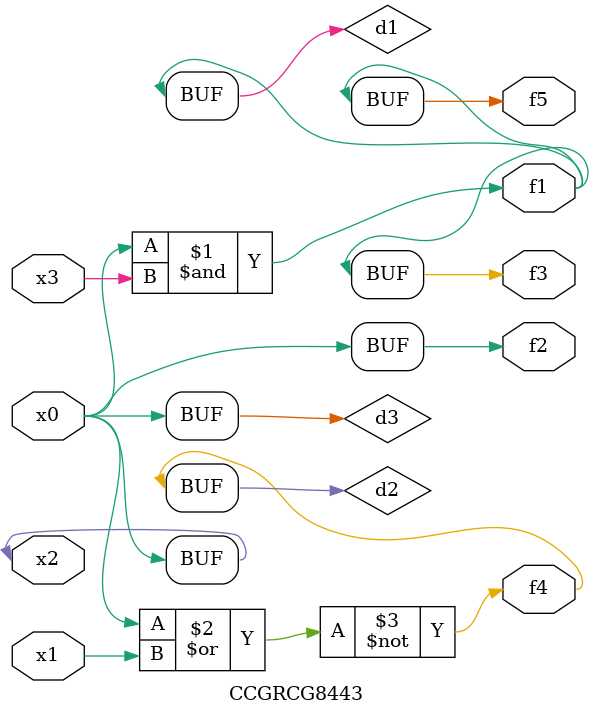
<source format=v>
module CCGRCG8443(
	input x0, x1, x2, x3,
	output f1, f2, f3, f4, f5
);

	wire d1, d2, d3;

	and (d1, x2, x3);
	nor (d2, x0, x1);
	buf (d3, x0, x2);
	assign f1 = d1;
	assign f2 = d3;
	assign f3 = d1;
	assign f4 = d2;
	assign f5 = d1;
endmodule

</source>
